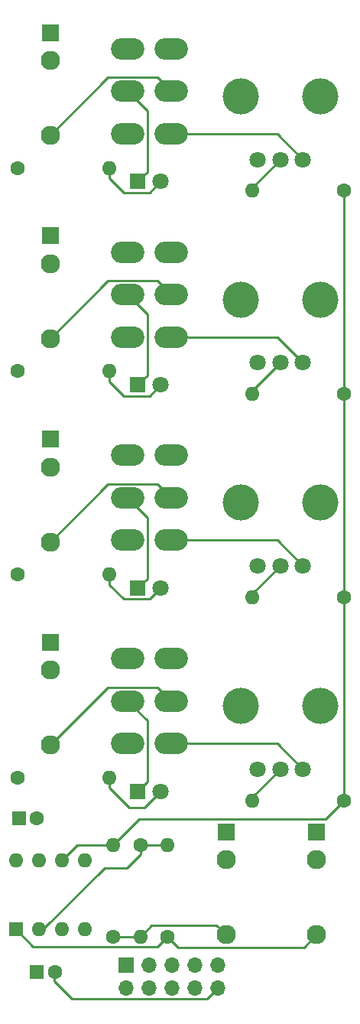
<source format=gtl>
G04 #@! TF.GenerationSoftware,KiCad,Pcbnew,6.0.10+dfsg-1~bpo11+1*
G04 #@! TF.CreationDate,2023-01-12T21:33:18+00:00*
G04 #@! TF.ProjectId,Basic-DC-mixer,42617369-632d-4444-932d-6d697865722e,rev?*
G04 #@! TF.SameCoordinates,Original*
G04 #@! TF.FileFunction,Copper,L1,Top*
G04 #@! TF.FilePolarity,Positive*
%FSLAX46Y46*%
G04 Gerber Fmt 4.6, Leading zero omitted, Abs format (unit mm)*
G04 Created by KiCad (PCBNEW 6.0.10+dfsg-1~bpo11+1) date 2023-01-12 21:33:18*
%MOMM*%
%LPD*%
G01*
G04 APERTURE LIST*
G04 #@! TA.AperFunction,WasherPad*
%ADD10C,4.000000*%
G04 #@! TD*
G04 #@! TA.AperFunction,ComponentPad*
%ADD11C,1.800000*%
G04 #@! TD*
G04 #@! TA.AperFunction,ComponentPad*
%ADD12R,1.600000X1.600000*%
G04 #@! TD*
G04 #@! TA.AperFunction,ComponentPad*
%ADD13C,1.600000*%
G04 #@! TD*
G04 #@! TA.AperFunction,ComponentPad*
%ADD14O,3.700000X2.400000*%
G04 #@! TD*
G04 #@! TA.AperFunction,ComponentPad*
%ADD15O,1.600000X1.600000*%
G04 #@! TD*
G04 #@! TA.AperFunction,ComponentPad*
%ADD16R,1.800000X1.800000*%
G04 #@! TD*
G04 #@! TA.AperFunction,ComponentPad*
%ADD17R,1.930000X1.830000*%
G04 #@! TD*
G04 #@! TA.AperFunction,ComponentPad*
%ADD18C,2.130000*%
G04 #@! TD*
G04 #@! TA.AperFunction,ComponentPad*
%ADD19R,1.700000X1.700000*%
G04 #@! TD*
G04 #@! TA.AperFunction,ComponentPad*
%ADD20O,1.700000X1.700000*%
G04 #@! TD*
G04 #@! TA.AperFunction,Conductor*
%ADD21C,0.250000*%
G04 #@! TD*
G04 APERTURE END LIST*
D10*
X65400000Y-85550000D03*
X56600000Y-85550000D03*
D11*
X63500000Y-92550000D03*
X61000000Y-92550000D03*
X58500000Y-92550000D03*
D10*
X65400000Y-108050000D03*
X56600000Y-108050000D03*
D11*
X63500000Y-115050000D03*
X61000000Y-115050000D03*
X58500000Y-115050000D03*
D12*
X32044888Y-120500000D03*
D13*
X34044888Y-120500000D03*
D14*
X44100000Y-102800000D03*
X44100000Y-107500000D03*
X44100000Y-112200000D03*
X48900000Y-102800000D03*
X48900000Y-107500000D03*
X48900000Y-112200000D03*
D13*
X42500000Y-133580000D03*
D15*
X42500000Y-123420000D03*
D16*
X45225000Y-72500000D03*
D11*
X47765000Y-72500000D03*
D13*
X68080000Y-118500000D03*
D15*
X57920000Y-118500000D03*
D13*
X68080000Y-96000000D03*
D15*
X57920000Y-96000000D03*
D10*
X65400000Y-63050000D03*
X56600000Y-63050000D03*
D11*
X63500000Y-70050000D03*
X61000000Y-70050000D03*
X58500000Y-70050000D03*
D13*
X31920000Y-48500000D03*
D15*
X42080000Y-48500000D03*
D13*
X31920000Y-116000000D03*
D15*
X42080000Y-116000000D03*
D16*
X45225000Y-95000000D03*
D11*
X47765000Y-95000000D03*
D17*
X55000000Y-122000000D03*
D18*
X55000000Y-133400000D03*
X55000000Y-125100000D03*
D13*
X31920000Y-71000000D03*
D15*
X42080000Y-71000000D03*
D17*
X35500000Y-101000000D03*
D18*
X35500000Y-112400000D03*
X35500000Y-104100000D03*
D13*
X48500000Y-133580000D03*
D15*
X48500000Y-123420000D03*
D14*
X44100000Y-35300000D03*
X44100000Y-40000000D03*
X44100000Y-44700000D03*
X48900000Y-35300000D03*
X48900000Y-40000000D03*
X48900000Y-44700000D03*
D10*
X56600000Y-40550000D03*
X65400000Y-40550000D03*
D11*
X63500000Y-47550000D03*
X61000000Y-47550000D03*
X58500000Y-47550000D03*
D13*
X31920000Y-93500000D03*
D15*
X42080000Y-93500000D03*
D16*
X45225000Y-117500000D03*
D11*
X47765000Y-117500000D03*
D13*
X68080000Y-73500000D03*
D15*
X57920000Y-73500000D03*
D13*
X68080000Y-51000000D03*
D15*
X57920000Y-51000000D03*
D17*
X35500000Y-56000000D03*
D18*
X35500000Y-67400000D03*
X35500000Y-59100000D03*
D14*
X44100000Y-80300000D03*
X44100000Y-85000000D03*
X44100000Y-89700000D03*
X48900000Y-80300000D03*
X48900000Y-85000000D03*
X48900000Y-89700000D03*
X44100000Y-57800000D03*
X44100000Y-62500000D03*
X44100000Y-67200000D03*
X48900000Y-57800000D03*
X48900000Y-62500000D03*
X48900000Y-67200000D03*
D17*
X35500000Y-33500000D03*
D18*
X35500000Y-44900000D03*
X35500000Y-36600000D03*
D13*
X45500000Y-123420000D03*
D15*
X45500000Y-133580000D03*
D16*
X45225000Y-50000000D03*
D11*
X47765000Y-50000000D03*
D12*
X34044888Y-137500000D03*
D13*
X36044888Y-137500000D03*
D17*
X35500000Y-78500000D03*
D18*
X35500000Y-89900000D03*
X35500000Y-81600000D03*
D12*
X31700000Y-132800000D03*
D15*
X34240000Y-132800000D03*
X36780000Y-132800000D03*
X39320000Y-132800000D03*
X39320000Y-125180000D03*
X36780000Y-125180000D03*
X34240000Y-125180000D03*
X31700000Y-125180000D03*
D17*
X65000000Y-122000000D03*
D18*
X65000000Y-133400000D03*
X65000000Y-125100000D03*
D19*
X43925000Y-136725000D03*
D20*
X43925000Y-139265000D03*
X46465000Y-136725000D03*
X46465000Y-139265000D03*
X49005000Y-136725000D03*
X49005000Y-139265000D03*
X51545000Y-136725000D03*
X51545000Y-139265000D03*
X54085000Y-136725000D03*
X54085000Y-139265000D03*
D21*
X36000000Y-137544888D02*
X36044888Y-137500000D01*
X36000000Y-138500000D02*
X36000000Y-137544888D01*
X37939511Y-140439511D02*
X36000000Y-138500000D01*
X54085000Y-139265000D02*
X52910489Y-140439511D01*
X52910489Y-140439511D02*
X37939511Y-140439511D01*
X44100000Y-85000000D02*
X46274520Y-87174520D01*
X46274520Y-93950480D02*
X45225000Y-95000000D01*
X46274520Y-87174520D02*
X46274520Y-93950480D01*
X42080000Y-94631370D02*
X43673141Y-96224511D01*
X43673141Y-96224511D02*
X46540489Y-96224511D01*
X46540489Y-96224511D02*
X47765000Y-95000000D01*
X42080000Y-93500000D02*
X42080000Y-94631370D01*
X46745000Y-132335000D02*
X45500000Y-133580000D01*
X45500000Y-133580000D02*
X42500000Y-133580000D01*
X55000000Y-133400000D02*
X53935000Y-132335000D01*
X53935000Y-132335000D02*
X46745000Y-132335000D01*
X47375480Y-105975480D02*
X41924520Y-105975480D01*
X48900000Y-107500000D02*
X47375480Y-105975480D01*
X41924520Y-105975480D02*
X35500000Y-112400000D01*
X68080000Y-73500000D02*
X68080000Y-96000000D01*
X68080000Y-118500000D02*
X66000000Y-120580000D01*
X68080000Y-51000000D02*
X68080000Y-73500000D01*
X68080000Y-96000000D02*
X68080000Y-118500000D01*
X36780000Y-125180000D02*
X38540000Y-123420000D01*
X38540000Y-123420000D02*
X42500000Y-123420000D01*
X45340000Y-120580000D02*
X42500000Y-123420000D01*
X66000000Y-120580000D02*
X45340000Y-120580000D01*
X61000000Y-47550000D02*
X57920000Y-50630000D01*
X57920000Y-50630000D02*
X57920000Y-51000000D01*
X57920000Y-73130000D02*
X57920000Y-73500000D01*
X61000000Y-70050000D02*
X57920000Y-73130000D01*
X44000000Y-126000000D02*
X45500000Y-124500000D01*
X45500000Y-124500000D02*
X45500000Y-123420000D01*
X34240000Y-132800000D02*
X34710300Y-132800000D01*
X41510300Y-126000000D02*
X44000000Y-126000000D01*
X48500000Y-123420000D02*
X45500000Y-123420000D01*
X34710300Y-132800000D02*
X41510300Y-126000000D01*
X57920000Y-95630000D02*
X57920000Y-96000000D01*
X61000000Y-92550000D02*
X57920000Y-95630000D01*
X61000000Y-115050000D02*
X57920000Y-118130000D01*
X57920000Y-118130000D02*
X57920000Y-118500000D01*
X46274520Y-42174520D02*
X44100000Y-40000000D01*
X45225000Y-50000000D02*
X46274520Y-48950480D01*
X46274520Y-48950480D02*
X46274520Y-42174520D01*
X42080000Y-48500000D02*
X42080000Y-49631370D01*
X43673141Y-51224511D02*
X46540489Y-51224511D01*
X42080000Y-49631370D02*
X43673141Y-51224511D01*
X46540489Y-51224511D02*
X47765000Y-50000000D01*
X46274520Y-71450480D02*
X46274520Y-64674520D01*
X45225000Y-72500000D02*
X46274520Y-71450480D01*
X46274520Y-64674520D02*
X44100000Y-62500000D01*
X46540489Y-73724511D02*
X43673141Y-73724511D01*
X47765000Y-72500000D02*
X46540489Y-73724511D01*
X43673141Y-73724511D02*
X42080000Y-72131370D01*
X42080000Y-72131370D02*
X42080000Y-71000000D01*
X46274520Y-116450480D02*
X45225000Y-117500000D01*
X44100000Y-107500000D02*
X46274520Y-109674520D01*
X46274520Y-109674520D02*
X46274520Y-116450480D01*
X48900000Y-40000000D02*
X47375480Y-38475480D01*
X47375480Y-38475480D02*
X41924520Y-38475480D01*
X41924520Y-38475480D02*
X35500000Y-44900000D01*
X48900000Y-62500000D02*
X47375480Y-60975480D01*
X47375480Y-60975480D02*
X41924520Y-60975480D01*
X41924520Y-60975480D02*
X35500000Y-67400000D01*
X63610489Y-134789511D02*
X49709511Y-134789511D01*
X65000000Y-133400000D02*
X63610489Y-134789511D01*
X33604511Y-134704511D02*
X31700000Y-132800000D01*
X49709511Y-134789511D02*
X48500000Y-133580000D01*
X47375489Y-134704511D02*
X33604511Y-134704511D01*
X48500000Y-133580000D02*
X47375489Y-134704511D01*
X48900000Y-85000000D02*
X47375480Y-83475480D01*
X47375480Y-83475480D02*
X41924520Y-83475480D01*
X41924520Y-83475480D02*
X35500000Y-89900000D01*
X42080000Y-116000000D02*
X42080000Y-117131370D01*
X42080000Y-117131370D02*
X44266224Y-119317594D01*
X44266224Y-119317594D02*
X45947406Y-119317594D01*
X45947406Y-119317594D02*
X47765000Y-117500000D01*
X63500000Y-47550000D02*
X60650000Y-44700000D01*
X60650000Y-44700000D02*
X48900000Y-44700000D01*
X48900000Y-67200000D02*
X60650000Y-67200000D01*
X60650000Y-67200000D02*
X63500000Y-70050000D01*
X60650000Y-89700000D02*
X48900000Y-89700000D01*
X63500000Y-92550000D02*
X60650000Y-89700000D01*
X63500000Y-115050000D02*
X60650000Y-112200000D01*
X60650000Y-112200000D02*
X48900000Y-112200000D01*
M02*

</source>
